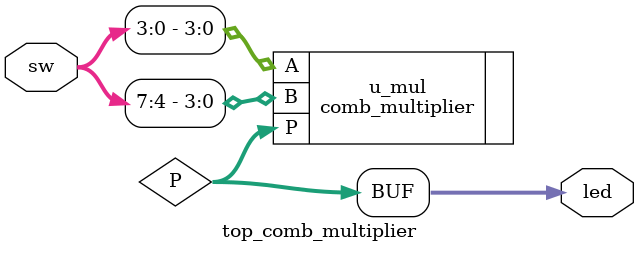
<source format=v>
`timescale 1ns/1ps


module top_comb_multiplier (
    input  wire [7:0]  sw,   // A=sw[3:0], B=sw[7:4]
    output wire [7:0]  led   // product low 8 bits
);
    wire [7:0] P;

    comb_multiplier #(.W(4)) u_mul (.A(sw[3:0]), .B(sw[7:4]), .P(P));
    assign led = P;
endmodule

</source>
